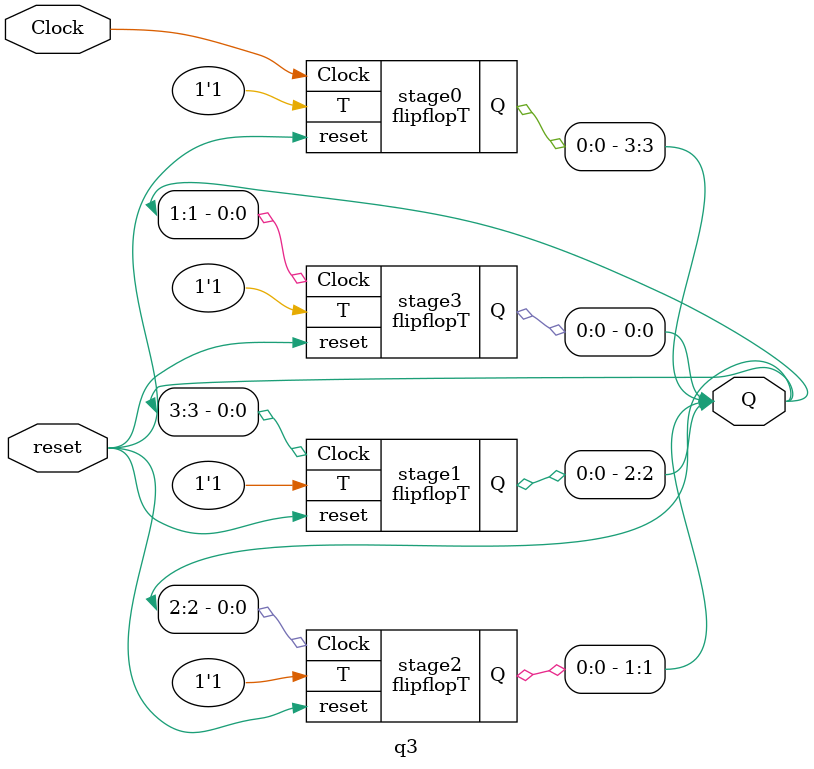
<source format=v>
module flipflopT(T,Clock,reset,Q);
	input T,reset,Clock;
	output reg Q;
	always@(negedge reset or negedge Clock)
	begin
		if(!reset)
			Q <= 0;
		else
		begin
			if(T)
				Q <= ~Q;
			else
				Q <= Q;
		end
	end
endmodule

module q3(Clock,reset,Q);
	input Clock,reset;
	output [0:3]Q;
	
	flipflopT stage0(1'b1,Clock,reset,Q[3]);
	flipflopT stage1(1'b1,Q[3],reset,Q[2]);
	flipflopT stage2(1'b1,Q[2],reset,Q[1]);
	flipflopT stage3(1'b1,Q[1],reset,Q[0]);
endmodule

</source>
